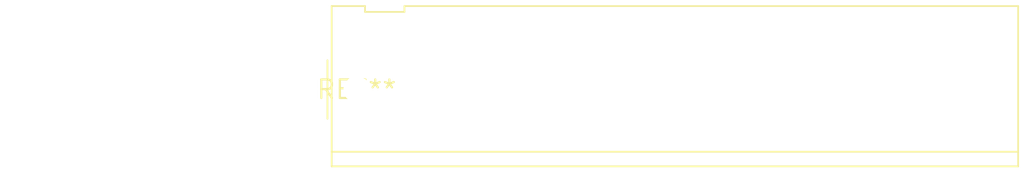
<source format=kicad_pcb>
(kicad_pcb (version 20240108) (generator pcbnew)
  (layers (0 "F.Cu" signal) (31 "B.Cu" signal) (34 "B.Paste" user) (35 "F.Paste" user) (36 "B.SilkS" user "B.Silkscreen") (37 "F.SilkS" user "F.Silkscreen") (38 "B.Mask" user) (39 "F.Mask" user) (44 "Edge.Cuts" user))
  (net 0 "")
  (footprint "Molex_KK-396_5273-12A_1x12_P3.96mm_Vertical" (layer "F.Cu") (at 0 0)
    (property "Reference" "REF**")
    (property "Value" "Molex_KK-396_5273-12A_1x12_P3.96mm_Vertical")
    (fp_line (start -2 -2) (end -2 2) (layer "F.SilkS") (stroke (width 0.12)))
    (fp_line (start -1.71 -5.71) (end 0.57 -5.71) (layer "F.SilkS") (stroke (width 0.12)))
    (fp_line (start -1.71 4.26) (end -1.71 -5.71) (layer "F.SilkS") (stroke (width 0.12)))
    (fp_line (start -1.71 4.26) (end 45.27 4.26) (layer "F.SilkS") (stroke (width 0.12)))
    (fp_line (start -1.71 5.26) (end -1.71 4.26) (layer "F.SilkS") (stroke (width 0.12)))
    (fp_line (start 0.57 -5.71) (end 0.57 -5.31) (layer "F.SilkS") (stroke (width 0.12)))
    (fp_line (start 0.57 -5.31) (end 3.27 -5.31) (layer "F.SilkS") (stroke (width 0.12)))
    (fp_line (start 3.27 -5.71) (end 45.27 -5.71) (layer "F.SilkS") (stroke (width 0.12)))
    (fp_line (start 3.27 -5.31) (end 3.27 -5.71) (layer "F.SilkS") (stroke (width 0.12)))
    (fp_line (start 45.27 -5.71) (end 45.27 5.26) (layer "F.SilkS") (stroke (width 0.12)))
    (fp_line (start 45.27 5.26) (end -1.71 5.26) (layer "F.SilkS") (stroke (width 0.12)))
    (pad "1" thru_hole roundrect (at 0 0) (size 3.16 4.2) (drill 1.8) (layers *.Cu *.Mask) (remove_unused_layers) (roundrect_rratio 0.079114))
    (pad "2" thru_hole oval (at 3.96 0) (size 3.16 4.2) (drill 1.8) (layers *.Cu *.Mask) (remove_unused_layers))
    (pad "3" thru_hole oval (at 7.92 0) (size 3.16 4.2) (drill 1.8) (layers *.Cu *.Mask) (remove_unused_layers))
    (pad "4" thru_hole oval (at 11.88 0) (size 3.16 4.2) (drill 1.8) (layers *.Cu *.Mask) (remove_unused_layers))
    (pad "5" thru_hole oval (at 15.84 0) (size 3.16 4.2) (drill 1.8) (layers *.Cu *.Mask) (remove_unused_layers))
    (pad "6" thru_hole oval (at 19.8 0) (size 3.16 4.2) (drill 1.8) (layers *.Cu *.Mask) (remove_unused_layers))
    (pad "7" thru_hole oval (at 23.76 0) (size 3.16 4.2) (drill 1.8) (layers *.Cu *.Mask) (remove_unused_layers))
    (pad "8" thru_hole oval (at 27.72 0) (size 3.16 4.2) (drill 1.8) (layers *.Cu *.Mask) (remove_unused_layers))
    (pad "9" thru_hole oval (at 31.68 0) (size 3.16 4.2) (drill 1.8) (layers *.Cu *.Mask) (remove_unused_layers))
    (pad "10" thru_hole oval (at 35.64 0) (size 3.16 4.2) (drill 1.8) (layers *.Cu *.Mask) (remove_unused_layers))
    (pad "11" thru_hole oval (at 39.6 0) (size 3.16 4.2) (drill 1.8) (layers *.Cu *.Mask) (remove_unused_layers))
    (pad "12" thru_hole oval (at 43.56 0) (size 3.16 4.2) (drill 1.8) (layers *.Cu *.Mask) (remove_unused_layers))
  )
)
</source>
